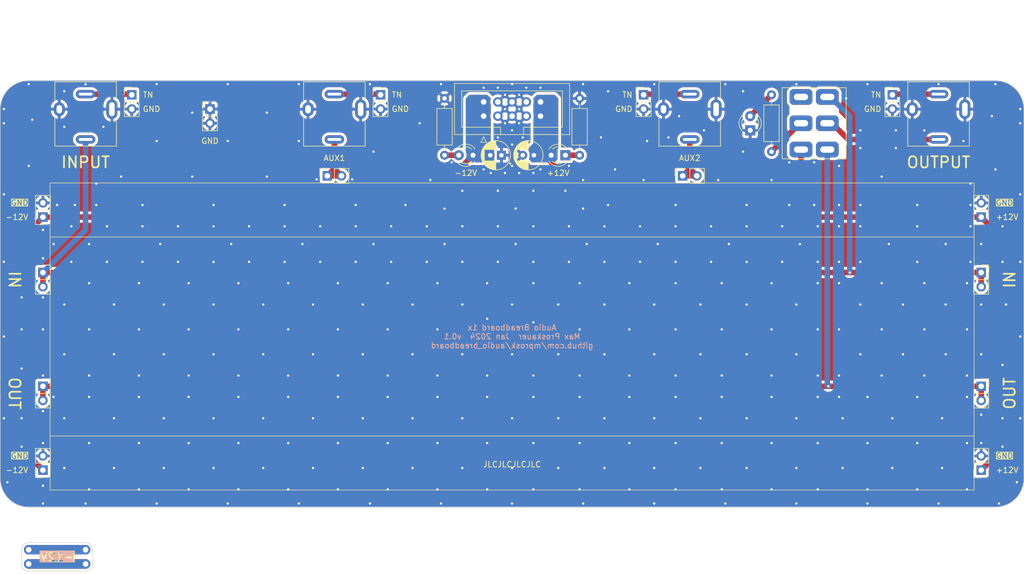
<source format=kicad_pcb>
(kicad_pcb (version 20221018) (generator pcbnew)
  (layers (0 "F.Cu" signal) (31 "B.Cu" signal) (34 "B.Paste" user) (35 "F.Paste" user) (36 "B.SilkS" user "B.Silkscreen") (37 "F.SilkS" user "F.Silkscreen") (38 "B.Mask" user) (39 "F.Mask" user) (44 "Edge.Cuts" user))
  (net 0 "")
  (net 1 "+12V")
  (net 2 "GND")
  (net 3 "-12V")
  (net 4 "Net-(D1-K)")
  (net 5 "/1x Breadboard (Eurorack Power)/TN_IN")
  (net 6 "/1x Breadboard (Eurorack Power)/TN_OUT")
  (net 7 "/1x Breadboard (Eurorack Power)/AUX1")
  (net 8 "/1x Breadboard (Eurorack Power)/TN_AUX1")
  (net 9 "/1x Breadboard (Eurorack Power)/AUX2")
  (net 10 "/1x Breadboard (Eurorack Power)/TN_AUX2")
  (net 11 "/1x Breadboard (Eurorack Power)/INPUT")
  (net 12 "/1x Breadboard (Eurorack Power)/OUTPUT")
  (net 13 "/1x Breadboard (Eurorack Power)/TO_OUT")
  (net 14 "Net-(D2-A)")
  (net 15 "Net-(D3-A)")
  (net 16 "/1x Breadboard (Eurorack Power)/EN")
  (net 18 "Net-(J16-Pin_1)")
  (net 19 "Net-(J16-Pin_2)")
  (footprint "Connector_PinSocket_2.54mm:PinSocket_1x02_P2.54mm_Vertical" (layer "F.Cu") (at 68.58 125.476 180)
    (fp_text reference "J9" hide)
    (fp_text value "-12V")
  )
  (footprint "Connector_PinSocket_2.54mm:PinSocket_1x02_P2.54mm_Vertical" (layer "F.Cu") (at 236.22 110.49)
    (fp_text reference "J13" hide)
    (fp_text value "OUT")
  )
  (footprint "Connector_PinSocket_2.54mm:PinSocket_1x02_P2.54mm_Vertical" (layer "F.Cu") (at 236.22 125.476 180)
    (fp_text reference "J7" hide)
    (fp_text value "+12V")
  )
  (footprint "Connector_PinHeader_2.54mm:PinHeader_1x02_P2.54mm_Vertical" (layer "F.Cu") (at 84.455 58.42)
    (fp_text reference "JP1" hide)
    (fp_text value "TN_GND" hide)
  )
  (footprint "Connector_PinHeader_2.54mm:PinHeader_1x02_P2.54mm_Vertical" (layer "F.Cu") (at 220.345 58.42)
    (fp_text reference "JP2" hide)
    (fp_text value "TN_GND" hide)
  )
  (footprint "audio_breadboard:PinSocket_1x02_P2.54mm_Vertical" (layer "F.Cu") (at 66.04 139.7)
    (fp_text reference "J16" hide)
    (fp_text value "Jumper" hide)
  )
  (footprint "Capacitor_THT:CP_Radial_D5.0mm_P2.00mm" (layer "F.Cu") (at 150.495 69.215 180)
    (fp_text reference "C2" hide)
    (fp_text value "100uF" hide)
  )
  (footprint "Connector_PinHeader_2.54mm:PinHeader_1x02_P2.54mm_Vertical" (layer "F.Cu") (at 175.895 58.42)
    (fp_text reference "JP4" hide)
    (fp_text value "TN_GND" hide)
  )
  (footprint "Connector_PinSocket_2.54mm:PinSocket_1x02_P2.54mm_Vertical" (layer "F.Cu") (at 119.38 72.898 90)
    (fp_text reference "J14" hide)
    (fp_text value "AUX1")
  )
  (footprint "LED_THT:LED_D3.0mm" (layer "F.Cu") (at 194.945 64.77 90)
    (fp_text reference "D3" hide)
    (fp_text value "ENABLE" hide)
  )
  (footprint "Connector_PinHeader_2.54mm:PinHeader_1x02_P2.54mm_Vertical" (layer "F.Cu") (at 128.905 58.42)
    (fp_text reference "JP3" hide)
    (fp_text value "TN_GND" hide)
  )
  (footprint "kosmo-lib:Jack_3.5mm_QingPu_WQP-PJ301BM" (layer "F.Cu") (at 228.6 61.595 180)
    (fp_text reference "J3" hide)
    (fp_text value "OUTPUT")
  )
  (footprint "audio_breadboard:PinSocket_1x02_P2.54mm_Vertical" (layer "F.Cu") (at 76.2 139.7)
    (fp_text reference "J17" hide)
    (fp_text value "Jumper" hide)
  )
  (footprint "Connector_PinSocket_2.54mm:PinSocket_1x02_P2.54mm_Vertical" (layer "F.Cu") (at 68.58 80.264 180)
    (fp_text reference "J8" hide)
    (fp_text value "-12V")
  )
  (footprint "Connector_IDC:IDC-Header_2x05_P2.54mm_Vertical" (layer "F.Cu") (at 147.32 62.23 90)
    (fp_text reference "J1" hide)
    (fp_text value "EURO POWER" hide)
  )
  (footprint "LED_THT:LED_D3.0mm" (layer "F.Cu") (at 145.415 69.215 180)
    (fp_text reference "D2" hide)
    (fp_text value "-12V")
  )
  (footprint "kosmo-lib:Jack_3.5mm_QingPu_WQP-PJ301BM" (layer "F.Cu") (at 184.15 61.595 180)
    (fp_text reference "J5" hide)
    (fp_text value "AUX2")
  )
  (footprint "kosmo-lib:Switch_DPDT" (layer "F.Cu") (at 206.375 63.5)
    (fp_text reference "SW1" hide)
    (fp_text value "SW_DPDT_x2")
  )
  (footprint "kosmo-lib:Jack_3.5mm_QingPu_WQP-PJ301BM" (layer "F.Cu") (at 76.2 61.595 180)
    (fp_text reference "J2" hide)
    (fp_text value "INPUT")
  )
  (footprint "kosmo-lib:Jack_3.5mm_QingPu_WQP-PJ301BM" (layer "F.Cu") (at 120.65 61.595 180)
    (fp_text reference "J4" hide)
    (fp_text value "AUX1")
  )
  (footprint "Connector_PinSocket_2.54mm:PinSocket_1x02_P2.54mm_Vertical" (layer "F.Cu") (at 68.58 110.49)
    (fp_text reference "J12" hide)
    (fp_text value "OUT")
  )
  (footprint "LED_THT:LED_D3.0mm" (layer "F.Cu") (at 161.925 69.215 180)
    (fp_text reference "D1" hide)
    (fp_text value "+12V")
  )
  (footprint "Connector_PinSocket_2.54mm:PinSocket_1x02_P2.54mm_Vertical" (layer "F.Cu") (at 236.22 80.264 180)
    (fp_text reference "J6" hide)
    (fp_text value "+12V")
  )
  (footprint "Connector_PinHeader_2.54mm:PinHeader_1x02_P2.54mm_Vertical" (layer "F.Cu") (at 98.425 60.96)
    (fp_text reference "J18" hide)
    (fp_text value "GND")
  )
  (footprint "Resistor_THT:R_Axial_DIN0207_L6.3mm_D2.5mm_P10.16mm_Horizontal" (layer "F.Cu") (at 198.755 68.58 90)
    (fp_text reference "R3" hide)
    (fp_text value "1k2" hide)
  )
  (footprint "Connector_PinSocket_2.54mm:PinSocket_1x02_P2.54mm_Vertical" (layer "F.Cu") (at 182.88 72.898 90)
    (fp_text reference "J15" hide)
    (fp_text value "AUX2")
  )
  (footprint "Capacitor_THT:CP_Radial_D5.0mm_P2.00mm" (layer "F.Cu") (at 156.305 69.215 180)
    (fp_text reference "C1" hide)
    (fp_text value "100uF" hide)
  )
  (footprint "kosmo-lib:Breadboard" (layer "F.Cu") (at 152.4 101.6)
    (fp_text reference "B1" hide)
    (fp_text value "~" hide)
  )
  (footprint "Connector_PinSocket_2.54mm:PinSocket_1x02_P2.54mm_Vertical" (layer "F.Cu") (at 236.22 90.17)
    (fp_text reference "J11" hide)
    (fp_text value "IN")
  )
  (footprint "Connector_PinSocket_2.54mm:PinSocket_1x02_P2.54mm_Vertical" (layer "F.Cu") (at 68.58 90.17)
    (fp_text reference "J10" hide)
    (fp_text value "IN")
  )
  (footprint "Resistor_THT:R_Axial_DIN0207_L6.3mm_D2.5mm_P10.16mm_Horizontal" (layer "F.Cu") (at 164.465 69.215 90)
    (fp_text reference "R1" hide)
    (fp_text value "1k2" hide)
  )
  (footprint "Resistor_THT:R_Axial_DIN0207_L6.3mm_D2.5mm_P10.16mm_Horizontal" (layer "F.Cu") (at 140.335 59.055 -90)
    (fp_text reference "R2" hide)
    (fp_text value "1k2" hide)
  )
  (gr_arc (start 64.77 139.7) (mid 65.141974 138.801974) (end 66.04 138.43) (stroke (width 0.1)) (layer "Edge.Cuts"))
  (gr_line (start 60.96 127) (end 60.96 60.96) (stroke (width 0.1)) (layer "Edge.Cuts"))
  (gr_arc (start 238.760002 55.879998) (mid 242.352104 57.367896) (end 243.840002 60.959998) (stroke (width 0.1)) (layer "Edge.Cuts"))
  (gr_arc (start 76.2 138.43) (mid 77.098026 138.801974) (end 77.47 139.7) (stroke (width 0.1)) (layer "Edge.Cuts"))
  (gr_line (start 66.04 132.08) (end 238.76 132.08) (stroke (width 0.1)) (layer "Edge.Cuts"))
  (gr_line (start 64.77 142.24) (end 64.77 139.7) (stroke (width 0.1)) (layer "Edge.Cuts"))
  (gr_line (start 66.04 55.88) (end 238.760002 55.879998) (stroke (width 0.1)) (layer "Edge.Cuts"))
  (gr_arc (start 77.47 142.24) (mid 77.098026 143.138026) (end 76.2 143.51) (stroke (width 0.1)) (layer "Edge.Cuts"))
  (gr_line (start 243.839998 127.000001) (end 243.84 60.959999) (stroke (width 0.1)) (layer "Edge.Cuts"))
  (gr_arc (start 66.04 132.08) (mid 62.447898 130.592102) (end 60.96 127) (stroke (width 0.1)) (layer "Edge.Cuts"))
  (gr_arc (start 66.04 143.51) (mid 65.141974 143.138026) (end 64.77 142.24) (stroke (width 0.1)) (layer "Edge.Cuts"))
  (gr_line (start 66.04 138.43) (end 76.2 138.43) (stroke (width 0.1)) (layer "Edge.Cuts"))
  (gr_arc (start 60.96 60.96) (mid 62.447898 57.367898) (end 66.04 55.88) (stroke (width 0.1)) (layer "Edge.Cuts"))
  (gr_arc (start 243.84 127) (mid 242.352102 130.592102) (end 238.76 132.08) (stroke (width 0.1)) (layer "Edge.Cuts"))
  (gr_line (start 77.47 139.7) (end 77.47 142.24) (stroke (width 0.1)) (layer "Edge.Cuts"))
  (gr_line (start 76.2 143.51) (end 66.04 143.51) (stroke (width 0.1)) (layer "Edge.Cuts"))
  (gr_text "-12V" (at 71.12 140.97) (layer "B.SilkS" knockout) (effects (font (size 1.5 1.5) (thickness 0.25)) (justify mirror)))
  (gr_text "Audio Breadboard 1x\nMax Proskauer  Jan 2024  v0.1\ngithub.com/mprosk/audio_breadboard" (at 152.4 101.6) (layer "B.SilkS") (effects (font (size 1 1)) (justify mirror)))
  (gr_text "GND" (at 86.36 60.96) (layer "F.SilkS") (effects (font (size 1 1)) (justify left)))
  (gr_text "JLCJLCJLCJLC" (at 152.4 124.46) (layer "F.SilkS") (effects (font (size 1 1))))
  (gr_text "TN" (at 173.99 58.42) (layer "F.SilkS") (effects (font (size 1 1)) (justify right)))
  (gr_text "GND" (at 130.81 60.96) (layer "F.SilkS") (effects (font (size 1 1)) (justify left)))
  (gr_text "GND" (at 218.44 60.96) (layer "F.SilkS") (effects (font (size 1 1)) (justify right)))
  (gr_text "GND" (at 66.04 77.724) (layer "F.SilkS" knockout) (effects (font (size 1 1)) (justify right)))
  (gr_text "TN" (at 218.44 58.42) (layer "F.SilkS") (effects (font (size 1 1)) (justify right)))
  (gr_text "GND" (at 173.99 60.96) (layer "F.SilkS") (effects (font (size 1 1)) (justify right)))
  (gr_text "GND" (at 238.76 77.724) (layer "F.SilkS" knockout) (effects (font (size 1 1)) (justify left)))
  (gr_text "TN" (at 86.36 58.42) (layer "F.SilkS") (effects (font (size 1 1)) (justify left)))
  (gr_text "GND" (at 238.76 122.936) (layer "F.SilkS" knockout) (effects (font (size 1 1)) (justify left)))
  (gr_text "+12V" (at 71.12 140.97) (layer "F.SilkS" knockout) (effects (font (size 1.5 1.5) (thickness 0.25))))
  (gr_text "TN" (at 130.81 58.42) (layer "F.SilkS") (effects (font (size 1 1)) (justify left)))
  (gr_text "GND" (at 66.04 122.936) (layer "F.SilkS" knockout) (effects (font (size 1 1)) (justify right)))
  (segment (start 238.125 82.169) (end 236.22 80.264) (width 1) (layer "F.Cu") (net 1))
  (segment (start 159.385 70.487792) (end 159.385 69.215) (width 1) (layer "F.Cu") (net 1))
  (segment (start 169.161208 80.264) (end 159.385 70.487792) (width 1) (layer "F.Cu") (net 1))
  (segment (start 236.22 125.476) (end 238.125 123.571) (width 1) (layer "F.Cu") (net 1))
  (segment (start 238.125 123.571) (end 238.125 82.169) (width 1) (layer "F.Cu") (net 1))
  (segment (start 236.22 80.264) (end 169.161208 80.264) (width 1) (layer "F.Cu") (net 1))
  (segment (start 204.0255 68.199) (end 204.0255 80.264) (width 1) (layer "F.Cu") (net 1))
  (via (at 164.465 112.395) (size 0.8) (drill 0.4) (layers "F.Cu" "B.Cu") (net 2))
  (via (at 143.51 116.205) (size 0.8) (drill 0.4) (layers "F.Cu" "B.Cu") (net 2))
  (via (at 178.435 85.09) (size 0.8) (drill 0.4) (layers "F.Cu" "B.Cu") (net 2))
  (via (at 153.67 63.5) (size 0.8) (drill 0.4) (layers "F.Cu" "B.Cu") (net 2))
  (via (at 238.76 71.755) (size 0.8) (drill 0.4) (layers "F.Cu" "B.Cu") (net 2))
  (via (at 181.61 100.33) (size 0.8) (drill 0.4) (layers "F.Cu" "B.Cu") (net 2))
  (via (at 68.58 108.585) (size 0.8) (drill 0.4) (layers "F.Cu" "B.Cu") (net 2))
  (via (at 233.045 66.675) (size 0.8) (drill 0.4) (layers "F.Cu" "B.Cu") (net 2))
  (via (at 181.61 120.65) (size 0.8) (drill 0.4) (layers "F.Cu" "B.Cu") (net 2))
  (via (at 130.175 92.075) (size 0.8) (drill 0.4) (layers "F.Cu" "B.Cu") (net 2))
  (via (at 194.31 88.265) (size 0.8) (drill 0.4) (layers "F.Cu" "B.Cu") (net 2))
  (via (at 80.01 81.915) (size 0.8) (drill 0.4) (layers "F.Cu" "B.Cu") (net 2))
  (via (at 112.395 108.585) (size 0.8) (drill 0.4) (layers "F.Cu" "B.Cu") (net 2))
  (via (at 175.26 81.915) (size 0.8) (drill 0.4) (layers "F.Cu" "B.Cu") (net 2))
  (via (at 99.06 116.205) (size 0.8) (drill 0.4) (layers "F.Cu" "B.Cu") (net 2))
  (via (at 149.86 81.915) (size 0.8) (drill 0.4) (layers "F.Cu" "B.Cu") (net 2))
  (via (at 173.355 100.33) (size 0.8) (drill 0.4) (layers "F.Cu" "B.Cu") (net 2))
  (via (at 143.51 75.565) (size 0.8) (drill 0.4) (layers "F.Cu" "B.Cu") (net 2))
  (via (at 207.01 88.265) (size 0.8) (drill 0.4) (layers "F.Cu" "B.Cu") (net 2))
  (via (at 157.48 71.755) (size 0.8) (drill 0.4) (layers "F.Cu" "B.Cu") (net 2))
  (via (at 181.61 92.075) (size 0.8) (drill 0.4) (layers "F.Cu" "B.Cu") (net 2))
  (via (at 168.91 116.205) (size 0.8) (drill 0.4) (layers "F.Cu" "B.Cu") (net 2))
  (via (at 101.6 66.675) (size 0.8) (drill 0.4) (layers "F.Cu" "B.Cu") (net 2))
  (via (at 103.505 108.585) (size 0.8) (drill 0.4) (layers "F.Cu" "B.Cu") (net 2))
  (via (at 121.285 120.65) (size 0.8) (drill 0.4) (layers "F.Cu" "B.Cu") (net 2))
  (via (at 143.51 88.265) (size 0.8) (drill 0.4) (layers "F.Cu" "B.Cu") (net 2))
  (via (at 134.62 116.205) (size 0.8) (drill 0.4) (layers "F.Cu" "B.Cu") (net 2))
  (via (at 210.82 78.105) (size 0.8) (drill 0.4) (layers "F.Cu" "B.Cu") (net 2))
  (via (at 170.815 71.755) (size 0.8) (drill 0.4) (layers "F.Cu" "B.Cu") (net 2))
  (via (at 156.21 112.395) (size 0.8) (drill 0.4) (layers "F.Cu" "B.Cu") (net 2))
  (via (at 152.4 67.31) (size 0.8) (drill 0.4) (layers "F.Cu" "B.Cu") (net 2))
  (via (at 90.17 125.095) (size 0.8) (drill 0.4) (layers "F.Cu" "B.Cu") (net 2))
  (via (at 130.175 128.905) (size 0.8) (drill 0.4) (layers "F.Cu" "B.Cu") (net 2))
  (via (at 233.68 120.65) (size 0.8) (drill 0.4) (layers "F.Cu" "B.Cu") (net 2))
  (via (at 154.305 66.04) (size 0.8) (drill 0.4) (layers "F.Cu" "B.Cu") (net 2))
  (via (at 236.22 115.57) (size 0.8) (drill 0.4) (layers "F.Cu" "B.Cu") (net 2))
  (via (at 164.465 100.33) (size 0.8) (drill 0.4) (layers "F.Cu" "B.Cu") (net 2))
  (via (at 127 131.445) (size 0.8) (drill 0.4) (layers "F.Cu" "B.Cu") (net 2))
  (via (at 99.06 95.885) (size 0.8) (drill 0.4) (layers "F.Cu" "B.Cu") (net 2))
  (via (at 175.26 88.265) (size 0.8) (drill 0.4) (layers "F.Cu" "B.Cu") (net 2))
  (via (at 89.535 85.09) (size 0.8) (drill 0.4) (layers "F.Cu" "B.Cu") (net 2))
  (via (at 72.39 125.095) (size 0.8) (drill 0.4) (layers "F.Cu" "B.Cu") (net 2))
  (via (at 198.755 120.65) (size 0.8) (drill 0.4) (layers "F.Cu" "B.Cu") (net 2))
  (via (at 153.035 78.74) (size 0.8) (drill 0.4) (layers "F.Cu" "B.Cu") (net 2))
  (via (at 78.105 78.105) (size 0.8) (drill 0.4) (layers "F.Cu" "B.Cu") (net 2))
  (via (at 153.035 85.09) (size 0.8) (drill 0.4) (layers "F.Cu" "B.Cu") (net 2))
  (via (at 207.01 92.075) (size 0.8) (drill 0.4) (layers "F.Cu" "B.Cu") (net 2))
  (via (at 198.755 108.585) (size 0.8) (drill 0.4) (layers "F.Cu" "B.Cu") (net 2))
  (via (at 64.77 116.205) (size 0.8) (drill 0.4) (layers "F.Cu" "B.Cu") (net 2))
  (via (at 198.755 100.33) (size 0.8) (drill 0.4) (layers "F.Cu" "B.Cu") (net 2))
  (via (at 224.79 120.65) (size 0.8) (drill 0.4) (layers "F.Cu" "B.Cu") (net 2))
  (via (at 149.86 88.265) (size 0.8) (drill 0.4) (layers "F.Cu" "B.Cu") (net 2))
  (via (at 186.055 104.775) (size 0.8) (drill 0.4) (layers "F.Cu" "B.Cu") (net 2))
  (via (at 116.84 116.205) (size 0.8) (drill 0.4) (layers "F.Cu" "B.Cu") (net 2))
  (via (at 186.055 125.095) (size 0.8) (drill 0.4) (layers "F.Cu" "B.Cu") (net 2))
  (via (at 111.76 78.105) (size 0.8) (drill 0.4) (layers "F.Cu" "B.Cu") (net 2))
  (via (at 190.5 56.515) (size 0.8) (drill 0.4) (layers "F.Cu" "B.Cu") (net 2))
  (via (at 61.595 88.265) (size 0.8) (drill 0.4) (layers "F.Cu" "B.Cu") (net 2))
  (via (at 169.545 78.105) (size 0.8) (drill 0.4) (layers "F.Cu" "B.Cu") (net 2))
  (via (at 72.39 116.205) (size 0.8) (drill 0.4) (layers "F.Cu" "B.Cu") (net 2))
  (via (at 180.34 66.04) (size 0.8) (drill 0.4) (layers "F.Cu" "B.Cu") (net 2))
  (via (at 222.25 95.885) (size 0.8) (drill 0.4) (layers "F.Cu" "B.Cu") (net 2))
  (via (at 240.03 88.265) (size 0.8) (drill 0.4) (layers "F.Cu" "B.Cu") (net 2))
  (via (at 152.4 95.885) (size 0.8) (drill 0.4) (layers "F.Cu" "B.Cu") (net 2))
  (via (at 147.955 112.395) (size 0.8) (drill 0.4) (layers "F.Cu" "B.Cu") (net 2))
  (via (at 168.91 88.265) (size 0.8) (drill 0.4) (layers "F.Cu" "B.Cu") (net 2))
  (via (at 173.355 128.905) (size 0.8) (drill 0.4) (layers "F.Cu" "B.Cu") (net 2))
  (via (at 86.36 81.915) (size 0.8) (drill 0.4) (layers "F.Cu" "B.Cu") (net 2))
  (via (at 68.58 87.63) (size 0.8) (drill 0.4) (layers "F.Cu" "B.Cu") (net 2))
  (via (at 68.58 94.615) (size 0.8) (drill 0.4) (layers "F.Cu" "B.Cu") (net 2))
  (via (at 127.635 68.58) (size 0.8) (drill 0.4) (layers "F.Cu" "B.Cu") (net 2))
  (via (at 224.79 81.915) (size 0.8) (drill 0.4) (layers "F.Cu" "B.Cu") (net 2))
  (via (at 186.055 116.205) (size 0.8) (drill 0.4) (layers "F.Cu" "B.Cu") (net 2))
  (via (at 72.39 57.785) (size 0.8) (drill 0.4) (layers "F.Cu" "B.Cu") (net 2))
  (via (at 152.4 125.095) (size 0.8) (drill 0.4) (layers "F.Cu" "B.Cu") (net 2))
  (via (at 162.56 71.12) (size 0.8) (drill 0.4) (layers "F.Cu" "B.Cu") (net 2))
  (via (at 130.175 120.65) (size 0.8) (drill 0.4) (layers "F.Cu" "B.Cu") (net 2))
  (via (at 124.46 81.915) (size 0.8) (drill 0.4) (layers "F.Cu" "B.Cu") (net 2))
  (via (at 88.9 66.675) (size 0.8) (drill 0.4) (layers "F.Cu" "B.Cu") (net 2))
  (via (at 70.485 112.395) (size 0.8) (drill 0.4) (layers "F.Cu" "B.Cu") (net 2))
  (via (at 61.595 116.205) (size 0.8) (drill 0.4) (layers "F.Cu" "B.Cu") (net 2))
  (via (at 240.03 116.205) (size 0.8) (drill 0.4) (layers "F.Cu" "B.Cu") (net 2))
  (via (at 68.58 128.27) (size 0.8) (drill 0.4) (layers "F.Cu" "B.Cu") (net 2))
  (via (at 112.395 100.33) (size 0.8) (drill 0.4) (layers "F.Cu" "B.Cu") (net 2))
  (via (at 224.79 78.105) (size 0.8) (drill 0.4) (layers "F.Cu" "B.Cu") (net 2))
  (via (at 73.66 81.915) (size 0.8) (drill 0.4) (layers "F.Cu" "B.Cu") (net 2))
  (via (at 94.615 112.395) (size 0.8) (drill 0.4) (layers "F.Cu" "B.Cu") (net 2))
  (via (at 177.8 104.775) (size 0.8) (drill 0.4) (layers "F.Cu" "B.Cu") (net 2))
  (via (at 228.6 56.515) (size 0.8) (drill 0.4) (layers "F.Cu" "B.Cu") (net 2))
  (via (at 95.25 61.595) (size 0.8) (drill 0.4) (layers "F.Cu" "B.Cu") (net 2))
  (via (at 64.77 121.285) (size 0.8) (drill 0.4) (layers "F.Cu" "B.Cu") (net 2))
  (via (at 139.065 100.33) (size 0.8) (drill 0.4) (layers "F.Cu" "B.Cu") (net 2))
  (via (at 68.58 114.935) (size 0.8) (drill 0.4) (layers "F.Cu" "B.Cu") (net 2))
  (via (at 194.31 95.885) (size 0.8) (drill 0.4) (layers "F.Cu" "B.Cu") (net 2))
  (via (at 165.1 73.66) (size 0.8) (drill 0.4) (layers "F.Cu" "B.Cu") (net 2))
  (via (at 226.06 64.77) (size 0.8) (drill 0.4) (layers "F.Cu" "B.Cu") (net 2))
  (via (at 121.285 92.075) (size 0.8) (drill 0.4) (layers "F.Cu" "B.Cu") (net 2))
  (via (at 219.71 85.09) (size 0.8) (drill 0.4) (layers "F.Cu" "B.Cu") (net 2))
  (via (at 143.51 81.915) (size 0.8) (drill 0.4) (layers "F.Cu" "B.Cu") (net 2))
  (via (at 61.595 63.5) (size 0.8) (drill 0.4) (layers "F.Cu" "B.Cu") (net 2))
  (via (at 215.9 120.65) (size 0.8) (drill 0.4) (layers "F.Cu" "B.Cu") (net 2))
  (via (at 175.895 73.66) (size 0.8) (drill 0.4) (layers "F.Cu" "B.Cu") (net 2))
  (via (at 99.06 104.775) (size 0.8) (drill 0.4) (layers "F.Cu" "B.Cu") (net 2))
  (via (at 194.31 78.105) (size 0.8) (drill 0.4) (layers "F.Cu" "B.Cu") (net 2))
  (via (at 236.22 95.885) (size 0.8) (drill 0.4) (layers "F.Cu" "B.Cu") (net 2))
  (via (at 229.235 125.095) (size 0.8) (drill 0.4) (layers "F.Cu" "B.Cu") (net 2))
  (via (at 68.58 100.33) (size 0.8) (drill 0.4) (layers "F.Cu" "B.Cu") (net 2))
  (via (at 125.73 125.095) (size 0.8) (drill 0.4) (layers "F.Cu" "B.Cu") (net 2))
  (via (at 168.275 66.04) (size 0.8) (drill 0.4) (layers "F.Cu" "B.Cu") (net 2))
  (via (at 201.93 70.485) (size 0.8) (drill 0.4) (layers "F.Cu" "B.Cu") (net 2))
  (via (at 243.205 88.265) (size 0.8) (drill 0.4) (layers "F.Cu" "B.Cu") (net 2))
  (via (at 160.655 125.095) (size 0.8) (drill 0.4) (layers "F.Cu" "B.Cu") (net 2))
  (via (at 133.35 78.105) (size 0.8) (drill 0.4) (layers "F.Cu" "B.Cu") (net 2))
  (via (at 198.755 73.66) (size 0.8) (drill 0.4) (layers "F.Cu" "B.Cu") (net 2))
  (via (at 214.63 104.775) (size 0.8) (drill 0.4) (layers "F.Cu" "B.Cu") (net 2))
  (via (at 164.465 108.585) (size 0.8) (drill 0.4) (layers "F.Cu" "B.Cu") (net 2))
  (via (at 99.06 88.265) (size 0.8) (drill 0.4) (layers "F.Cu" "B.Cu") (net 2))
  (via (at 121.285 128.905) (size 0.8) (drill 0.4) (layers "F.Cu" "B.Cu") (net 2))
  (via (at 85.725 92.075) (size 0.8) (drill 0.4) (layers "F.Cu" "B.Cu") (net 2))
  (via (at 125.73 104.775) (size 0.8) (drill 0.4) (layers "F.Cu" "B.Cu") (net 2))
  (via (at 233.68 112.395) (size 0.8) (drill 0.4) (layers "F.Cu" "B.Cu") (net 2))
  (via (at 226.06 92.075) (size 0.8) (drill 0.4) (layers "F.Cu" "B.Cu") (net 2))
  (via (at 211.455 125.095) (size 0.8) (drill 0.4) (layers "F.Cu" "B.Cu") (net 2))
  (via (at 187.96 88.265) (size 0.8) (drill 0.4) (layers "F.Cu" "B.Cu") (net 2))
  (via (at 194.31 81.915) (size 0.8) (drill 0.4) (layers "F.Cu" "B.Cu") (net 2))
  (via (at 173.355 92.075) (size 0.8) (drill 0.4) (layers "F.Cu" "B.Cu") (net 2))
  (via (at 82.55 73.025) (size 0.8) (drill 0.4) (layers "F.Cu" "B.Cu") (net 2))
  (via (at 168.91 104.775) (size 0.8) (drill 0.4) (layers "F.Cu" "B.Cu") (net 2))
  (via (at 134.62 95.885) (size 0.8) (drill 0.4) (layers "F.Cu" "B.Cu") (net 2))
  (via (at 240.665 95.885) (size 0.8) (drill 0.4) (layers "F.Cu" "B.Cu") (net 2))
  (via (at 112.395 128.905) (size 0.8) (drill 0.4) (layers "F.Cu" "B.Cu") (net 2))
  (via (at 147.32 71.755) (size 0.8) (drill 0.4) (layers "F.Cu" "B.Cu") (net 2))
  (via (at 147.955 120.65) (size 0.8) (drill 0.4) (layers "F.Cu" "B.Cu") (net 2))
  (via (at 76.835 92.075) (size 0.8) (drill 0.4) (layers "F.Cu" "B.Cu") (net 2))
  (via (at 211.455 116.205) (size 0.8) (drill 0.4) (layers "F.Cu" "B.Cu") (net 2))
  (via (at 92.71 81.915) (size 0.8) (drill 0.4) (layers "F.Cu" "B.Cu") (net 2))
  (via (at 66.04 71.12) (size 0.8) (drill 0.4) (layers "F.Cu" "B.Cu") (net 2))
  (via (at 105.41 81.915) (size 0.8) (drill 0.4) (layers "F.Cu" "B.Cu") (net 2))
  (via (at 152.4 71.12) (size 0.8) (drill 0.4) (layers "F.Cu" "B.Cu") (net 2))
  (via (at 101.6 131.445) (size 0.8) (drill 0.4) (layers "F.Cu" "B.Cu") (net 2))
  (via (at 162.56 88.265) (size 0.8) (drill 0.4) (layers "F.Cu" "B.Cu") (net 2))
  (via (at 74.295 78.105) (size 0.8) (drill 0.4) (layers "F.Cu" "B.Cu") (net 2))
  (via (at 200.66 88.265) (size 0.8) (drill 0.4) (layers "F.Cu" "B.Cu") (net 2))
  (via (at 215.9 131.445) (size 0.8) (drill 0.4) (layers "F.Cu" "B.Cu") (net 2))
  (via (at 125.73 116.205) (size 0.8) (drill 0.4) (layers "F.Cu" "B.Cu") (net 2))
  (via (at 222.25 104.775) (size 0.8) (drill 0.4) (layers "F.Cu" "B.Cu") (net 2))
  (via (at 243.205 116.205) (size 0.8) (drill 0.4) (layers "F.Cu" "B.Cu") (net 2))
  (via (at 173.355 108.585) (size 0.8) (drill 0.4) (layers "F.Cu" "B.Cu") (net 2))
  (via (at 173.355 112.395) (size 0.8) (drill 0.4) (layers "F.Cu" "B.Cu") (net 2))
  (via (at 101.6 56.515) (size 0.8) (drill 0.4) (layers "F.Cu" "B.Cu") (net 2))
  (via (at 210.82 71.12) (size 0.8) (drill 0.4) (layers "F.Cu" "B.Cu") (net 2))
  (via (at 206.375 78.105) (size 0.8) (drill 0.4) (layers "F.Cu" "B.Cu") (net 2))
  (via (at 224.79 112.395) (size 0.8) (drill 0.4) (layers "F.Cu" "B.Cu") (net 2))
  (via (at 156.21 120.65) (size 0.8) (drill 0.4) (layers "F.Cu" "B.Cu") (net 2))
  (via (at 214.63 78.105) (size 0.8) (drill 0.4) (layers "F.Cu" "B.Cu") (net 2))
  (via (at 103.505 100.33) (size 0.8) (drill 0.4) (layers "F.Cu" "B.Cu") (net 2))
  (via (at 240.03 81.915) (size 0.8) (drill 0.4) (layers "F.Cu" "B.Cu") (net 2))
  (via (at 220.345 116.205) (size 0.8) (drill 0.4) (layers "F.Cu" "B.Cu") (net 2))
  (via (at 228.6 131.445) (size 0.8) (drill 0.4) (layers "F.Cu" "B.Cu") (net 2))
  (via (at 147.32 57.15) (size 0.8) (drill 0.4) (layers "F.Cu" "B.Cu") (net 2))
  (via (at 149.86 66.04) (size 0.8) (drill 0.4) (layers "F.Cu" "B.Cu") (net 2))
  (via (at 243.205 76.2) (size 0.8) (drill 0.4) (layers "F.Cu" "B.Cu") (net 2))
  (via (at 79.375 64.135) (size 0.8) (drill 0.4) (layers "F.Cu" "B.Cu") (net 2))
  (via (at 81.28 104.775) (size 0.8) (drill 0.4) (layers "F.Cu" "B.Cu") (net 2))
  (via (at 76.835 85.09) (size 0.8) (drill 0.4) (layers "F.Cu" "B.Cu") (net 2))
  (via (at 177.8 131.445) (size 0.8) (drill 0.4) (layers "F.Cu" "B.Cu") (net 2))
  (via (at 90.17 116.205) (size 0.8) (drill 0.4) (layers "F.Cu" "B.Cu") (net 2))
  (via (at 198.755 128.905) (size 0.8) (drill 0.4) (layers "F.Cu" "B.Cu") (net 2))
  (via (at 239.395 131.445) (size 0.8) (drill 0.4) (layers "F.Cu" "B.Cu") (net 2))
  (via (at 121.285 112.395) (size 0.8) (drill 0.4) (layers "F.Cu" "B.Cu") (net 2))
  (via (at 88.9 56.515) (size 0.8) (drill 0.4) (layers "F.Cu" "B.Cu") (net 2))
  (via (at 156.21 108.585) (size 0.8) (drill 0.4) (layers "F.Cu" "B.Cu") (net 2))
  (via (at 164.465 120.65) (size 0.8) (drill 0.4) (layers "F.Cu" "B.Cu") (net 2))
  (via (at 224.79 128.905) (size 0.8) (drill 0.4) (layers "F.Cu" "B.Cu") (net 2))
  (via (at 76.2 56.515) (size 0.8) (drill 0.4) (layers "F.Cu" "B.Cu") (net 2))
  (via (at 99.06 81.915) (size 0.8) (drill 0.4) (layers "F.Cu" "B.Cu") (net 2))
  (via (at 152.4 116.205) (size 0.8) (drill 0.4) (layers "F.Cu" "B.Cu") (net 2))
  (via (at 139.7 131.445) (size 0.8) (drill 0.4) (layers "F.Cu" "B.Cu") (net 2))
  (via (at 130.175 108.585) (size 0.8) (drill 0.4) (layers "F.Cu" "B.Cu") (net 2))
  (via (at 64.77 107.315) (size 0.8) (drill 0.4) (layers "F.Cu" "B.Cu") (net 2))
  (via (at 111.76 88.265) (size 0.8) (drill 0.4) (layers "F.Cu" "B.Cu") (net 2))
  (via (at 151.13 63.5) (size 0.8) (drill 0.4) (layers "F.Cu" "B.Cu") (net 2))
  (via (at 135.89 63.5) (size 0.8) (drill 0.4) (layers "F.Cu" "B.Cu") (net 2))
  (via (at 103.505 92.075) (size 0.8) (drill 0.4) (layers "F.Cu" "B.Cu") (net 2))
  (via (at 224.79 88.265) (size 0.8) (drill 0.4) (layers "F.Cu" "B.Cu") (net 2))
  (via (at 234.315 78.105) (size 0.8) (drill 0.4) (layers "F.Cu" "B.Cu") (net 2))
  (via (at 181.61 81.915) (size 0.8) (drill 0.4) (layers "F.Cu" "B.Cu") (net 2))
  (via (at 152.4 131.445) (size 0.8) (drill 0.4) (layers "F.Cu" "B.Cu") (net 2))
  (via (at 215.9 112.395) (size 0.8) (drill 0.4) (layers "F.Cu" "B.Cu") (net 2))
  (via (at 76.835 120.65) (size 0.8) (drill 0.4) (layers "F.Cu" "B.Cu") (net 2))
  (via (at 149.86 75.565) (size 0.8) (drill 0.4) (layers "F.Cu" "B.Cu") (net 2))
  (via (at 64.77 94.615) (size 0.8) (drill 0.4) (layers "F.Cu" "B.Cu") (net 2))
  (via (at 62.23 127.635) (size 0.8) (drill 0.4) (layers "F.Cu" "B.Cu") (net 2))
  (via (at 86.36 88.265) (size 0.8) (drill 0.4) (layers "F.Cu" "B.Cu") (net 2))
  (via (at 229.87 104.775) (size 0.8) (drill 0.4) (layers "F.Cu" "B.Cu") (net 2))
  (via (at 153.67 60.96) (size 0.8) (drill 0.4) (layers "F.Cu" "B.Cu") (net 2))
  (via (at 233.68 92.075) (size 0.8) (drill 0.4) (layers "F.Cu" "B.Cu") (net 2))
  (via (at 125.73 95.885) (size 0.8) (drill 0.4) (layers "F.Cu" "B.Cu") (net 2))
  (via (at 81.28 125.095) (size 0.8) (drill 0.4) (layers "F.Cu" "B.Cu") (net 2))
  (via (at 182.245 62.23) (size 0.8) (drill 0.4) (layers "F.Cu" "B.Cu") (net 2))
  (via (at 76.835 108.585) (size 0.8) (drill 0.4) (layers "F.Cu" "B.Cu") (net 2))
  (via (at 116.84 104.775) (size 0.8) (drill 0.4) (layers "F.Cu" "B.Cu") (net 2))
  (via (at 61.595 101.6) (size 0.8) (drill 0.4) (layers "F.Cu" "B.Cu") (net 2))
  (via (at 68.58 131.445) (size 0.8) (drill 0.4) (layers "F.Cu" "B.Cu") (net 2))
  (via (at 95.25 73.025) (size 0.8) (drill 0.4) (layers "F.Cu" "B.Cu") (net 2))
  (via (at 141.605 70.485) (size 0.8) (drill 0.4) (layers "F.Cu" "B.Cu") (net 2))
  (via (at 152.4 56.515) (size 0.8) (drill 0.4) (layers "F.Cu" "B.Cu") (net 2))
  (via (at 139.065 108.585) (size 0.8) (drill 0.4) (layers "F.Cu" "B.Cu") (net 2))
  (via (at 156.21 128.905) (size 0.8) (drill 0.4) (layers "F.Cu" "B.Cu") (net 2))
  (via (at 203.2 131.445) (size 0.8) (drill 0.4) (layers "F.Cu" "B.Cu") (net 2))
  (via (at 234.315 81.915) (size 0.8) (drill 0.4) (layers "F.Cu" "B.Cu") (net 2))
  (via (at 206.375 70.485) (size 0.8) (drill 0.4) (layers "F.Cu" "B.Cu") (net 2))
  (via (at 114.935 85.09) (size 0.8) (drill 0.4) (layers "F.Cu" "B.Cu") (net 2))
  (via (at 153.67 58.42) (size 0.8) (drill 0.4) (layers "F.Cu" "B.Cu") (net 2))
  (via (at 193.675 57.785) (size 0.8) (drill 0.4) (layers "F.Cu" "B.Cu") (net 2))
  (via (at 242.57 127.635) (size 0.8) (drill 0.4) (layers "F.Cu" "B.Cu") (net 2))
  (via (at 181.61 88.265) (size 0.8) (drill 0.4) (layers "F.Cu" "B.Cu") (net 2))
  (via (at 149.86 57.15) (size 0.8) (drill 0.4) (layers "F.Cu" "B.Cu") (net 2))
  (via (at 121.285 108.585) (size 0.8) (drill 0.4) (layers "F.Cu" "B.Cu") (net 2))
  (via (at 177.8 56.515) (size 0.8) (drill 0.4) (layers "F.Cu" "B.Cu") (net 2))
  (via (at 181.61 78.105) (size 0.8) (drill 0.4) (layers "F.Cu" "B.Cu") (net 2))
  (via (at 234.315 74.295) (size 0.8) (drill 0.4) (layers "F.Cu" "B.Cu") (net 2))
  (via (at 76.835 112.395) (size 0.8) (drill 0.4) (layers "F.Cu" "B.Cu") (net 2))
  (via (at 207.01 120.65) (size 0.8) (drill 0.4) (layers "F.Cu" "B.Cu") (net 2))
  (via (at 220.98 64.77) (size 0.8) (drill 0.4) (layers "F.Cu" "B.Cu") (net 2))
  (via (at 210.82 81.915) (size 0.8) (drill 0.4) (layers "F.Cu" "B.Cu") (net 2))
  (via (at 116.84 95.885) (size 0.8) (drill 0.4) (layers "F.Cu" "B.Cu") (net 2))
  (via (at 215.9 128.905) (size 0.8) (drill 0.4) (layers "F.Cu" "B.Cu") (net 2))
  (via (at 203.835 85.09) (size 0.8) (drill 0.4) (layers "F.Cu" "B.Cu") (net 2))
  (via (at 207.01 100.33) (size 0.8) (drill 0.4) (layers "F.Cu" "B.Cu") (net 2))
  (via (at 114.3 131.445) (size 0.8) (drill 0.4) (layers "F.Cu" "B.Cu") (net 2))
  (via (at 160.655 95.885) (size 0.8) (drill 0.4) (layers "F.Cu" "B.Cu") (net 2))
  (via (at 200.66 81.915) (size 0.8) (drill 0.4) (layers "F.Cu" "B.Cu") (net 2))
  (via (at 229.235 116.205) (size 0.8) (drill 0.4) (layers "F.Cu" "B.Cu") (net 2))
  (via (at 187.96 81.915) (size 0.8) (drill 0.4) (layers "F.Cu" "B.Cu") (net 2))
  (via (at 72.39 95.885) (size 0.8) (drill 0.4) (layers "F.Cu" "B.Cu") (net 2))
  (via (at 118.11 81.915) (size 0.8) (drill 0.4) (layers "F.Cu" "B.Cu") (net 2))
  (via (at 210.82 112.395) (size 0.8) (drill 0.4) (layers "F.Cu" "B.Cu") (net 2))
  (via (at 61.595 76.2) (size 0.8) (drill 0.4) (layers "F.Cu" "B.Cu") (net 2))
  (via (at 189.865 120.65) (size 0.8) (drill 0.4) (layers "F.Cu" "B.Cu") (net 2))
  (via (at 137.16 88.265) (size 0.8) (drill 0.4) (layers "F.Cu" "B.Cu") (net 2))
  (via (at 76.835 100.33) (size 0.8) (drill 0.4) (layers "F.Cu" "B.Cu") (net 2))
  (via (at 99.06 125.095) (size 0.8) (drill 0.4) (layers "F.Cu" "B.Cu") (net 2))
  (via (at 169.545 57.785) (size 0.8) (drill 0.4) (layers "F.Cu" "B.Cu") (net 2))
  (via (at 103.505 128.905) (size 0.8) (drill 0.4) (layers "F.Cu" "B.Cu") (net 2))
  (via (at 186.69 64.77) (size 0.8) (drill 0.4) (layers "F.Cu" "B.Cu") (net 2))
  (via (at 94.615 128.905) (size 0.8) (drill 0.4) (layers "F.Cu" "B.Cu") (net 2))
  (via (at 116.84 125.095) (size 0.8) (drill 0.4) (layers "F.Cu" "B.Cu") (net 2))
  (via (at 152.4 104.775) (size 0.8) (drill 0.4) (layers "F.Cu" "B.Cu") (net 2))
  (via (at 186.055 95.885) (size 0.8) (drill 0.4) (layers "F.Cu" "B.Cu") (net 2))
  (via (at 181.61 128.905) (size 0.8) (drill 0.4) (layers "F.Cu" "B.Cu") (net 2))
  (via (at 157.48 57.15) (size 0.8) (drill 0.4) (layers "F.Cu" "B.Cu") (net 2))
  (via (at 72.39 104.775) (size 0.8) (drill 0.4) (layers "F.Cu" "B.Cu") (net 2))
  (via (at 71.12 78.105) (size 0.8) (drill 0.4) (layers "F.Cu" "B.Cu") (net 2))
  (via (at 176.53 66.675) (size 0.8) (drill 0.4) (layers "F.Cu" "B.Cu") (net 2))
  (via (at 189.865 112.395) (size 0.8) (drill 0.4) (layers "F.Cu" "B.Cu") (net 2))
  (via (at 189.865 128.905) (size 0.8) (drill 0.4) (layers "F.Cu" "B.Cu") (net 2))
  (via (at 243.205 60.96) (size 0.8) (drill 0.4) (layers "F.Cu" "B.Cu") (net 2))
  (via (at 81.28 95.885) (size 0.8) (drill 0.4) (layers "F.Cu" "B.Cu") (net 2))
  (via (at 191.135 85.09) (size 0.8) (drill 0.4) (layers "F.Cu" "B.Cu") (net 2))
  (via (at 85.725 128.905) (size 0.8) (drill 0.4) (layers "F.Cu" "B.Cu") (net 2))
  (via (at 137.16 81.915) (size 0.8) (drill 0.4) (layers "F.Cu" "B.Cu") (net 2))
  (via (at 143.51 125.095) (size 0.8) (drill 0.4) (layers "F.Cu" "B.Cu") (net 2))
  (via (at 214.63 88.265) (size 0.8) (drill 0.4) (layers "F.Cu" "B.Cu") (net 2))
  (via (at 85.725 120.65) (size 0.8) (drill 0.4) (layers "F.Cu" "B.Cu") (net 2))
  (via (at 201.93 78.105) (size 0.8) (drill 0.4) (layers "F.Cu" "B.Cu") (net 2))
  (via (at 233.68 100.33) (size 0.8) (drill 0.4) (layers "F.Cu" "B.Cu") (net 2))
  (via (at 61.595 60.96) (size 0.8) (drill 0.4) (layers "F.Cu" "B.Cu") (net 2))
  (via (at 112.395 92.075) (size 0.8) (drill 0.4) (layers "F.Cu" "B.Cu") (net 2))
  (via (at 76.835 128.905) (size 0.8) (drill 0.4) (layers "F.Cu" "B.Cu") (net 2))
  (via (at 151.13 60.96) (size 0.8) (drill 0.4) (layers "F.Cu" "B.Cu") (net 2))
  (via (at 207.01 81.915) (size 0.8) (drill 0.4) (layers "F.Cu" "B.Cu") (net 2))
  (via (at 118.11 88.265) (size 0.8) (drill 0.4) (layers "F.Cu" "B.Cu") (net 2))
  (via (at 73.66 88.265) (size 0.8) (drill 0.4) (layers "F.Cu" "B.Cu") (net 2))
  (via (at 86.36 78.105) (size 0.8) (drill 0.4) (layers "F.Cu" "B.Cu") (net 2))
  (via (at 238.76 56.515) (size 0.8) (drill 0.4) (layers "F.Cu" "B.Cu") (net 2))
  (via (at 102.235 85.09) (size 0.8) (drill 0.4) (layers "F.Cu" "B.Cu") (net 2))
  (via (at 240.03 121.285) (size 0.8) (drill 0.4) (layers "F.Cu" "B.Cu") (net 2))
  (via (at 107.95 116.205) (size 0.8) (drill 0.4) (layers "F.Cu" "B.Cu") (net 2))
  (via (at 164.465 92.075) (size 0.8) (drill 0.4) (layers "F.Cu" "B.Cu") (net 2))
  (via (at 218.44 100.33) (size 0.8) (drill 0.4) (layers "F.Cu" "B.Cu") (net 2))
  (via (at 66.675 62.865) (size 0.8) (drill 0.4) (layers "F.Cu" "B.Cu") (net 2))
  (via (at 81.28 116.205) (size 0.8) (drill 0.4) (layers "F.Cu" "B.Cu") (net 2))
  (via (at 218.44 92.075) (size 0.8) (drill 0.4) (layers "F.Cu" "B.Cu") (net 2))
  (via (at 156.21 92.075) (size 0.8) (drill 0.4) (layers "F.Cu" "B.Cu") (net 2))
  (via (at 189.865 108.585) (size 0.8) (drill 0.4) (layers "F.Cu" "B.Cu") (net 2))
  (via (at 194.31 116.205) (size 0.8) (drill 0.4) (layers "F.Cu" "B.Cu") (net 2))
  (via (at 103.505 112.395) (size 0.8) (drill 0.4) (layers "F.Cu" "B.Cu") (net 2))
  (via (at 153.67 72.39) (size 0.8) (drill 0.4) (layers "F.Cu" "B.Cu") (net 2))
  (via (at 220.345 125.095) (size 0.8) (drill 0.4) (layers "F.Cu" "B.Cu") (net 2))
  (via (at 137.795 73.66) (size 0.8) (drill 0.4) (layers "F.Cu" "B.Cu") (net 2))
  (via (at 124.46 88.265) (size 0.8) (drill 0.4) (layers "F.Cu" "B.Cu") (net 2))
  (via (at 76.2 131.445) (size 0.8) (drill 0.4) (layers "F.Cu" "B.Cu") (net 2))
  (via (at 156.21 88.265) (size 0.8) (drill 0.4) (layers "F.Cu" "B.Cu") (net 2))
  (via (at 181.61 108.585) (size 0.8) (drill 0.4) (layers "F.Cu" "B.Cu") (net 2))
  (via (at 107.95 95.885) (size 0.8) (drill 0.4) (layers "F.Cu" "B.Cu") (net 2))
  (via (at 189.865 100.33) (size 0.8) (drill 0.4) (layers "F.Cu" "B.Cu") (net 2))
  (via (at 123.825 73.533) (size 0.8) (drill 0.4) (layers "F.Cu" "B.Cu") (net 2))
  (via (at 103.505 120.65) (size 0.8) (drill 0.4) (layers "F.Cu" "B.Cu") (net 2))
  (via (at 94.615 92.075) (size 0.8) (drill 0.4) (layers "F.Cu" "B.Cu") (net 2))
  (via (at 236.22 104.775) (size 0.8) (drill 0.4) (layers "F.Cu" "B.Cu") (net 2))
  (via (at 90.17 104.775) (size 0.8) (drill 0.4) (layers "F.Cu" "B.Cu") (net 2))
  (via (at 218.44 73.025) (size 0.8) (drill 0.4) (layers "F.Cu" "B.Cu") (net 2))
  (via (at 236.22 120.65) (size 0.8) (drill 0.4) (layers "F.Cu" "B.Cu") (net 2))
  (via (at 194.31 125.095) (size 0.8) (drill 0.4) (layers "F.Cu" "B.Cu") (net 2))
  (via (at 203.2 125.095) (size 0.8) (drill 0.4) (layers "F.Cu" "B.Cu") (net 2))
  (via (at 156.21 72.39) (size 0.8) (drill 0.4) (layers "F.Cu" "B.Cu") (net 2))
  (via (at 160.655 116.205) (size 0.8) (drill 0.4) (layers "F.Cu" "B.Cu") (net 2))
  (via (at 203.2 95.885) (size 0.8) (drill 0.4) (layers "F.Cu" "B.Cu") (net 2))
  (via (at 156.21 99.06) (size 0.8) (drill 0.4) (layers "F.Cu" "B.Cu") (net 2))
  (via (at 207.01 128.905) (size 0.8) (drill 0.4) (layers "F.Cu" "B.Cu") (net 2))
  (via (at 151.13 58.42) (size 0.8) (drill 0.4) (layers "F.Cu" "B.Cu") (net 2))
  (via (at 165.1 131.445) (size 0.8) (drill 0.4) (layers "F.Cu" "B.Cu") (net 2))
  (via (at 214.63 64.77) (size 0.8) (drill 0.4) (layers "F.Cu" "B.Cu") (net 2))
  (via (at 80.01 88.265) (size 0.8) (drill 0.4) (layers "F.Cu" "B.Cu") (net 2))
  (via (at 85.725 108.585) (size 0.8) (drill 0.4) (layers "F.Cu" "B.Cu") (net 2))
  (via (at 203.2 56.515) (size 0.8) (drill 0.4) (layers "F.Cu" "B.Cu") (net 2))
  (via (at 203.2 116.205) (size 0.8) (drill 0.4) (layers "F.Cu" "B.Cu") (net 2))
  (via (at 139.065 128.905) (size 0.8) (drill 0.4) (layers "F.Cu" "B.Cu") (net 2))
  (via (at 72.39 64.135) (size 0.8) (drill 0.4) (layers "F.Cu" "B.Cu") (net 2))
  (via (at 151.13 72.39) (size 0.8) (drill 0.4) (layers "F.Cu" "B.Cu") (net 2))
  (via (at 130.175 100.33) (size 0.8) (drill 0.4) (layers "F.Cu" "B.Cu") (net 2))
  (via (at 140.335 78.74) (size 0.8) (drill 0.4) (layers "F.Cu" "B.Cu") (net 2))
  (via (at 94.615 120.65) (size 0.8) (drill 0.4) (layers "F.Cu" "B.Cu") (net 2))
  (via (at 207.01 108.585) (size 0.8) (drill 0.4) (layers "F.Cu" "B.Cu") (net 2))
  (via (at 168.91 95.885) (size 0.8) (drill 0.4) (layers "F.Cu" "B.Cu") (net 2))
  (via (at 148.59 72.39) (size 0.8) (drill 0.4) (layers "F.Cu" "B.Cu") (net 2))
  (via (at 147.955 108.585) (size 0.8) (drill 0.4) (layers "F.Cu" "B.Cu") (net 2))
  (via (at 112.395 112.395) (size 0.8) (drill 0.4) (layers "F.Cu" "B.Cu") (net 2))
  (via (at 107.95 104.775) (size 0.8) (drill 0.4) (layers "F.Cu" "B.Cu") (net 2))
  (via (at 143.51 95.885) (size 0.8) (drill 0.4) (layers "F.Cu" "B.Cu") (net 2))
  (via (at 215.9 56.515) (size 0.8) (drill 0.4) (layers "F.Cu" "B.Cu") (net 2))
  (via (at 243.205 101.6) (size 0.8) (drill 0.4) (layers "F.Cu" "B.Cu") (net 2))
  (via (at 240.03 106.68) (size 0.8) (drill 0.4) (layers "F.Cu" "B.Cu") (net 2))
  (via (at 198.755 112.395) (size 0.8) (drill 0.4) (layers "F.Cu" "B.Cu") (net 2))
  (via (at 134.62 125.095) (size 0.8) (drill 0.4) (layers "F.Cu" "B.Cu") (net 2))
  (via (at 168.91 125.095) (size 0.8) (drill 0.4) (layers "F.Cu" "B.Cu") (net 2))
  (via (at 154.94 57.15) (size 0.8) (drill 0.4) (layers "F.Cu" "B.Cu") (net 2))
  (via (at 177.8 116.205) (size 0.8) (drill 0.4) (layers "F.Cu" "B.Cu") (net 2))
  (via (at 108.585 61.595) (size 0.8) (drill 0.4) (layers "F.Cu" "B.Cu") (net 2))
  (via (at 168.91 81.915) (size 0.8) (drill 0.4) (layers "F.Cu" "B.Cu") (net 2))
  (via (at 210.82 88.265) (size 0.8) (drill 0.4) (layers "F.Cu" "B.Cu") (net 2))
  (via (at 127.635 85.09) (size 0.8) (drill 0.4) (layers "F.Cu" "B.Cu") (net 2))
  (via (at 92.71 88.265) (size 0.8) (drill 0.4) (layers "F.Cu" "B.Cu") (net 2))
  (via (at 161.925 75.565) (size 0.8) (drill 0.4) (layers "F.Cu" "B.Cu") (net 2))
  (via (at 143.51 104.775) (size 0.8) (drill 0.4) (layers "F.Cu" "B.Cu") (net 2))
  (via (at 88.9 131.445) (size 0.8) (drill 0.4) (layers "F.Cu" "B.Cu") (net 2))
  (via (at 165.1 78.74) (size 0.8) (drill 0.4) (layers "F.Cu" "B.Cu") (net 2))
  (via (at 160.655 104.775) (size 0.8) (drill 0.4) (layers "F.Cu" "B.Cu") (net 2))
  (via (at 85.725 112.395) (size 0.8) (drill 0.4) (layers "F.Cu" "B.Cu") (net 2))
  (via (at 233.68 128.905) (size 0.8) (drill 0.4) (layers "F.Cu" "B.Cu") (net 2))
  (via (at 140.335 85.09) (size 0.8) (drill 0.4) (layers "F.Cu" "B.Cu") (net 2))
  (via (at 139.7 56.515) (size 0.8) (drill 0.4) (layers "F.Cu" "B.Cu") (net 2))
  (via (at 243.205 63.5) (size 0.8) (drill 0.4) (layers "F.Cu" "B.Cu") (net 2))
  (via (at 112.395 120.65) (size 0.8) (drill 0.4) (layers "F.Cu" "B.Cu") (net 2))
  (via (at 121.285 100.33) (size 0.8) (drill 0.4) (layers "F.Cu" "B.Cu") (net 2))
  (via (at 66.04 56.515) (size 0.8) (drill 0.4) (layers "F.Cu" "B.Cu") (net 2))
  (via (at 114.3 66.675) (size 0.8) (drill 0.4) (layers "F.Cu" "B.Cu") (net 2))
  (via (at 177.8 125.095) (size 0.8) (drill 0.4) (layers "F.Cu" "B.Cu") (net 2))
  (via (at 78.105 74.295) (size 0.8) (drill 0.4) (layers "F.Cu" "B.Cu") (net 2))
  (via (at 139.065 112.395) (size 0.8) (drill 0.4) (layers "F.Cu" "B.Cu") (net 2))
  (via (at 220.98 67.945) (size 0.8) (drill 0.4) (layers "F.Cu" "B.Cu") (net 2))
  (via (at 234.315 88.265) (size 0.8) (drill 0.4) (layers "F.Cu" "B.Cu") (net 2))
  (via (at 164.465 128.905) (size 0.8) (drill 0.4) (layers "F.Cu" "B.Cu") (net 2))
  (via (at 139.065 120.65) (size 0.8) (drill 0.4) (layers "F.Cu" "B.Cu") (net 2))
  (via (at 207.01 112.395) (size 0.8) (drill 0.4) (layers "F.Cu" "B.Cu") (net 2))
  (via (at 218.44 108.585) (size 0.8) (drill 0.4) (layers "F.Cu" "B.Cu") (net 2))
  (via (at 68.58 120.65) (size 0.8) (drill 0.4) (layers "F.Cu" "B.Cu") (net 2))
  (via (at 64.77 100.33) (size 0.8) (drill 0.4) (layers "F.Cu" "B.Cu") (net 2))
  (via (at 130.175 112.395) (size 0.8) (drill 0.4) (layers "F.Cu" "B.Cu") (net 2))
  (via (at 99.06 78.105) (size 0.8) (drill 0.4) (layers "F.Cu" "B.Cu") (net 2))
  (via (at 156.21 75.565) (size 0.8) (drill 0.4) (layers "F.Cu" "B.Cu") (net 2))
  (via (at 238.125 62.23) (size 0.8) (drill 0.4) (layers "F.Cu" "B.Cu") (net 2))
  (via (at 236.22 85.09) (size 0.8) (drill 0.4) (layers "F.Cu" "B.Cu") (net 2))
  (via (at 165.1 56.515) (size 0.8) (drill 0.4) (layers "F.Cu" "B.Cu") (net 2))
  (via (at 107.95 125.095) (size 0.8) (drill 0.4) (layers "F.Cu" "B.Cu") (net 2))
  (via (at 130.81 81.915) (size 0.8) (drill 0.4) (layers "F.Cu" "B.Cu") (net 2))
  (via (at 105.41 88.265) (size 0.8) (drill 0.4) (layers "F.Cu" "B.Cu") (net 2))
  (via (at 181.61 112.395) (size 0.8) (drill 0.4) (layers "F.Cu" "B.Cu") (net 2))
  (via (at 189.23 73.66) (size 0.8) (drill 0.4) (layers "F.Cu" "B.Cu") (net 2))
  (via (at 108.585 73.025) (size 0.8) (drill 0.4) (layers "F.Cu" "B.Cu") (net 2))
  (via (at 210.82 92.075) (size 0.8) (drill 0.4) (layers "F.Cu" "B.Cu") (net 2))
  (via (at 214.63 81.915) (size 0.8) (drill 0.4) (layers "F.Cu" "B.Cu") (net 2))
  (via (at 229.87 95.885) (size 0.8) (drill 0.4) (layers "F.Cu" "B.Cu") (net 2))
  (via (at 203.2 104.775) (size 0.8) (drill 0.4) (layers "F.Cu" "B.Cu") (net 2))
  (via (at 177.8 95.885) (size 0.8) (drill 0.4) (layers "F.Cu" "B.Cu") (net 2))
  (via (at 173.355 120.65) (size 0.8) (drill 0.4) (layers "F.Cu" "B.Cu") (net 2))
  (via (at 210.82 108.585) (size 0.8) (drill 0.4) (layers "F.Cu" "B.Cu") (net 2))
  (via (at 226.06 108.585) (size 0.8) (drill 0.4) (layers "F.Cu" "B.Cu") (net 2))
  (via (at 226.06 100.33) (size 0.8) (drill 0.4) (layers "F.Cu" "B.Cu") (net 2))
  (via (at 198.755 92.075) (size 0.8) (drill 0.4) (layers "F.Cu" "B.Cu") (net 2))
  (via (at 90.17 95.885) (size 0.8) (drill 0.4) (layers "F.Cu" "B.Cu") (net 2))
  (via (at 152.4 64.77) (size 0.8) (drill 0.4) (layers "F.Cu" "B.Cu") (net 2))
  (via (at 70.485 85.09) (size 0.8) (drill 0.4) (layers "F.Cu" "B.Cu") (net 2))
  (via (at 111.76 81.915) (size 0.8) (drill 0.4) (layers "F.Cu" "B.Cu") (net 2))
  (via (at 117.475 73.533) (size 0.8) (drill 0.4) (layers "F.Cu" "B.Cu") (net 2))
  (via (at 134.62 104.775) (size 0.8) (drill 0.4) (layers "F.Cu" "B.Cu") (net 2))
  (via (at 147.955 92.075) (size 0.8) (drill 0.4) (layers "F.Cu" "B.Cu") (net 2))
  (via (at 214.63 95.885) (size 0.8) (drill 0.4) (layers "F.Cu" "B.Cu") (net 2))
  (via (at 94.615 100.33) (size 0.8) (drill 0.4) (layers "F.Cu" "B.Cu") (net 2))
  (via (at 233.68 108.585) (size 0.8) (drill 0.4) (layers "F.Cu" "B.Cu") (net 2))
  (via (at 68.58 82.55) (size 0.8) (drill 0.4) (layers "F.Cu" "B.Cu") (net 2))
  (via (at 127 56.515) (size 0.8) (drill 0.4) (layers "F.Cu" "B.Cu") (net 2))
  (via (at 193.675 68.58) (size 0.8) (drill 0.4) (layers "F.Cu" "B.Cu") (net 2))
  (via (at 124.46 78.105) (size 0.8) (drill 0.4) (layers "F.Cu" "B.Cu") (net 2))
  (via (at 214.63 67.945) (size 0.8) (drill 0.4) (layers "F.Cu" "B.Cu") (net 2))
  (via (at 156.21 81.915) (size 0.8) (drill 0.4) (layers "F.Cu" "B.Cu") (net 2))
  (via (at 190.5 131.445) (size 0.8) (drill 0.4) (layers "F.Cu" "B.Cu") (net 2))
  (via (at 147.955 128.905) (size 0.8) (drill 0.4) (layers "F.Cu" "B.Cu") (net 2))
  (via (at 212.09 59.055) (size 0.8) (drill 0.4) (layers "F.Cu" "B.Cu") (net 2))
  (via (at 114.3 56.515) (size 0.8) (drill 0.4) (layers "F.Cu" "B.Cu") (net 2))
  (via (at 162.56 81.915) (size 0.8) (drill 0.4) (layers "F.Cu" "B.Cu") (net 2))
  (via (at 210.82 100.33) (size 0.8) (drill 0.4) (layers "F.Cu" "B.Cu") (net 2))
  (via (at 194.31 104.775) (size 0.8) (drill 0.4) (layers "F.Cu" "B.Cu") (net 2))
  (via (at 139.065 92.075) (size 0.8) (drill 0.4) (layers "F.Cu" "B.Cu") (net 2))
  (via (at 94.615 108.585) (size 0.8) (drill 0.4) (layers "F.Cu" "B.Cu") (net 2))
  (via (at 147.955 98.425) (size 0.8) (drill 0.4) (layers "F.Cu" "B.Cu") (net 2))
  (via (at 85.725 100.33) (size 0.8) (drill 0.4) (layers "F.Cu" "B.Cu") (net 2))
  (via (at 165.735 85.09) (size 0.8) (drill 0.4) (layers "F.Cu" "B.Cu") (net 2))
  (via (at 229.87 85.09) (size 0.8) (drill 0.4) (layers "F.Cu" "B.Cu") (net 2))
  (via (at 189.865 92.075) (size 0.8) (drill 0.4) (layers "F.Cu" "B.Cu") (net 2))
  (via (at 130.81 88.265) (size 0.8) (drill 0.4) (layers "F.Cu" "B.Cu") (net 2))
  (segment (start 66.675 82.169) (end 66.675 123.571) (width 1) (layer "F.Cu") (net 3))
  (segment (start 66.675 123.571) (end 68.58 125.476) (width 1) (layer "F.Cu") (net 3))
  (segment (start 134.366 80.264) (end 68.58 80.264) (width 1) (layer "F.Cu") (net 3))
  (segment (start 145.415 69.215) (end 134.366 80.264) (width 1) (layer "F.Cu") (net 3))
  (segment (start 68.58 80.264) (end 66.675 82.169) (width 1) (layer "F.Cu") (net 3))
  (segment (start 161.925 69.215) (end 164.465 69.215) (width 1) (layer "F.Cu") (net 4))
  (segment (start 84.33 58.295) (end 84.455 58.42) (width 1) (layer "F.Cu") (net 5))
  (segment (start 76.2 58.295) (end 84.33 58.295) (width 1) (layer "F.Cu") (net 5))
  (segment (start 228.6 58.295) (end 220.47 58.295) (width 1) (layer "F.Cu") (net 6))
  (segment (start 220.47 58.295) (end 220.345 58.42) (width 1) (layer "F.Cu") (net 6))
  (segment (start 119.38 72.898) (end 120.65 72.898) (width 1) (layer "F.Cu") (net 7))
  (segment (start 120.65 66.395) (end 120.65 72.898) (width 1) (layer "F.Cu") (net 7))
  (segment (start 121.92 72.898) (end 120.65 71.628) (width 1) (layer "F.Cu") (net 7))
  (segment (start 120.65 71.628) (end 119.38 72.898) (width 1) (layer "F.Cu") (net 7))
  (segment (start 120.65 66.395) (end 120.65 72.39) (width 1) (layer "F.Cu") (net 7))
  (segment (start 120.65 72.898) (end 121.92 72.898) (width 1) (layer "F.Cu") (net 7))
  (segment (start 128.78 58.295) (end 128.905 58.42) (width 1) (layer "F.Cu") (net 8))
  (segment (start 120.65 58.295) (end 128.78 58.295) (width 1) (layer "F.Cu") (net 8))
  (segment (start 184.13 71.648) (end 182.88 72.898) (width 1) (layer "F.Cu") (net 9))
  (segment (start 184.17 71.648) (end 184.13 71.648) (width 1) (layer "F.Cu") (net 9))
  (segment (start 185.42 72.898) (end 184.17 71.648) (width 1) (layer "F.Cu") (net 9))
  (segment (start 185.42 72.898) (end 184.13 72.898) (width 1) (layer "F.Cu") (net 9))
  (segment (start 184.15 66.395) (end 184.15 72.365) (width 1) (layer "F.Cu") (net 9))
  (segment (start 184.13 72.898) (end 182.88 72.898) (width 1) (layer "F.Cu") (net 9))
  (segment (start 184.15 58.295) (end 176.02 58.295) (width 1) (layer "F.Cu") (net 10))
  (segment (start 176.02 58.295) (end 175.895 58.42) (width 1) (layer "F.Cu") (net 10))
  (segment (start 236.22 90.17) (end 236.22 92.71) (width 1) (layer "F.Cu") (net 11))
  (segment (start 236.22 90.17) (end 68.58 90.17) (width 1) (layer "F.Cu") (net 11))
  (segment (start 68.58 92.71) (end 68.58 90.17) (width 1) (layer "F.Cu") (net 11))
  (via (at 212.725 90.17) (size 0.8) (drill 0.4) (layers "F.Cu" "B.Cu") (net 11))
  (segment (start 212.725 90.17) (end 212.725 62.23) (width 1) (layer "B.Cu") (net 11))
  (segment (start 212.725 62.23) (end 209.296 58.801) (width 1) (layer "B.Cu") (net 11))
  (segment (start 76.2 82.55) (end 68.58 90.17) (width 1) (layer "B.Cu") (net 11))
  (segment (start 76.2 66.395) (end 76.2 82.55) (width 1) (layer "B.Cu") (net 11))
  (segment (start 209.296 58.801) (end 208.7245 58.801) (width 1) (layer "B.Cu") (net 11))
  (segment (start 209.55 63.5) (end 212.445 66.395) (width 1) (layer "F.Cu") (net 12))
  (segment (start 208.7245 63.5) (end 209.55 63.5) (width 1) (layer "F.Cu") (net 12))
  (segment (start 212.445 66.395) (end 228.6 66.395) (width 1) (layer "F.Cu") (net 12))
  (segment (start 208.915 110.49) (end 236.22 110.49) (width 1) (layer "F.Cu") (net 13))
  (segment (start 236.22 113.03) (end 236.22 110.49) (width 1) (layer "F.Cu") (net 13))
  (segment (start 68.58 110.49) (end 208.915 110.49) (width 1) (layer "F.Cu") (net 13))
  (segment (start 68.58 113.03) (end 68.58 110.49) (width 1) (layer "F.Cu") (net 13))
  (via (at 208.915 110.49) (size 0.8) (drill 0.4) (layers "F.Cu" "B.Cu") (net 13))
  (segment (start 208.7245 110.2995) (end 208.7245 68.199) (width 1) (layer "B.Cu") (net 13))
  (segment (start 208.915 110.49) (end 208.7245 110.2995) (width 1) (layer "B.Cu") (net 13))
  (segment (start 140.335 69.215) (end 142.875 69.215) (width 1) (layer "F.Cu") (net 14))
  (segment (start 198.755 58.42) (end 194.945 62.23) (width 1) (layer "F.Cu") (net 15))
  (segment (start 203.835 63.5) (end 198.755 68.58) (width 1) (layer "F.Cu") (net 16))
  (segment (start 204.0255 63.5) (end 203.835 63.5) (width 1) (layer "F.Cu") (net 16))
  (segment (start 66.04 139.7) (end 76.2 139.7) (width 1.7) (layer "F.Cu") (net 18))
  (segment (start 76.2 139.7) (end 66.04 139.7) (width 1.7) (layer "B.Cu") (net 18))
  (segment (start 66.04 142.24) (end 76.2 142.24) (width 1.7) (layer "F.Cu") (net 19))
  (segment (start 76.2 142.24) (end 66.04 142.24) (width 1.7) (layer "B.Cu") (net 19))
  (zone (net 3) (net_name "-12V") (layers "F&B.Cu") (priority 2) (connect_pads yes (clearance 0.5)) (min_thickness 0.25) (fill yes (thermal_gap 0.5) (thermal_bridge_width 0.5))
    (polygon (pts (xy 144.145 59.055) (xy 144.145 69.85) (xy 144.78 70.485) (xy 148.844 70.485) (xy 149.479 69.85) (xy 149.479 67.945) (xy 148.59 67.056) (xy 148.59 59.055) (xy 147.955 58.42) (xy 144.78 58.42)))
  )
  (zone (net 2) (net_name "GND") (layers "F&B.Cu") (connect_pads (clearance 0.5)) (min_thickness 0.25) (fill yes (thermal_gap 0.5) (thermal_bridge_width 0.5))
    (polygon (pts (xy 60.96 55.88) (xy 60.96 132.08) (xy 243.84 132.08) (xy 243.84 55.88)))
  )
  (zone (net 1) (net_name "+12V") (layers "F&B.Cu") (priority 1) (connect_pads yes (clearance 0.5)) (min_thickness 0.25) (fill yes (thermal_gap 0.5) (thermal_bridge_width 0.5))
    (polygon (pts (xy 156.21 59.055) (xy 156.845 58.42) (xy 160.02 58.42) (xy 160.655 59.055) (xy 160.655 69.85) (xy 160.02 70.485) (xy 155.956 70.485) (xy 155.321 69.85) (xy 155.321 67.945) (xy 156.21 67.056)))
  )
  (zone (net 0) (net_name "") (layers "F&B.Cu") (connect_pads (clearance 0)) (min_thickness 0.25)
    (keepout (tracks allowed) (vias allowed) (pads allowed) (copperpour not_allowed) (footprints allowed))
    (fill (thermal_gap 0.5) (thermal_bridge_width 0.5))
    (polygon (pts (xy 201.93 57.15) (xy 201.93 69.85) (xy 212.09 69.85) (xy 212.09 62.865) (xy 210.82 61.595) (xy 210.82 57.15)))
  )
)
</source>
